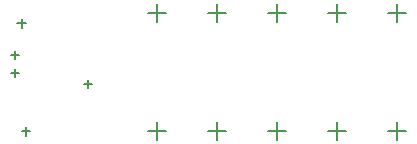
<source format=gbr>
G04*
G04 #@! TF.GenerationSoftware,Altium Limited,Altium Designer,23.0.1 (38)*
G04*
G04 Layer_Color=128*
%FSLAX25Y25*%
%MOIN*%
G70*
G04*
G04 #@! TF.SameCoordinates,522C3931-FE7E-4C40-AD20-8D3CB5E53036*
G04*
G04*
G04 #@! TF.FilePolarity,Positive*
G04*
G01*
G75*
%ADD13C,0.00500*%
D13*
X416800Y150600D02*
X422800D01*
X419800Y147600D02*
Y153600D01*
X396800Y150600D02*
X402800D01*
X399800Y147600D02*
Y153600D01*
X376800Y150600D02*
X382800D01*
X379800Y147600D02*
Y153600D01*
X436800Y150600D02*
X442800D01*
X439800Y147600D02*
Y153600D01*
X456800Y150600D02*
X462800D01*
X459800Y147600D02*
Y153600D01*
X377000Y190000D02*
X383000D01*
X380000Y187000D02*
Y193000D01*
X397000Y190000D02*
X403000D01*
X400000Y187000D02*
Y193000D01*
X457000Y190000D02*
X463000D01*
X460000Y187000D02*
Y193000D01*
X437000Y190000D02*
X443000D01*
X440000Y187000D02*
Y193000D01*
X417000Y190000D02*
X423000D01*
X420000Y187000D02*
Y193000D01*
X355444Y166257D02*
X358244D01*
X356844Y164857D02*
Y167657D01*
X331230Y169801D02*
X334030D01*
X332630Y168401D02*
Y171201D01*
X331131Y175800D02*
X333931D01*
X332531Y174400D02*
Y177200D01*
X333400Y186400D02*
X336200D01*
X334800Y185000D02*
Y187800D01*
Y150400D02*
X337600D01*
X336200Y149000D02*
Y151800D01*
M02*

</source>
